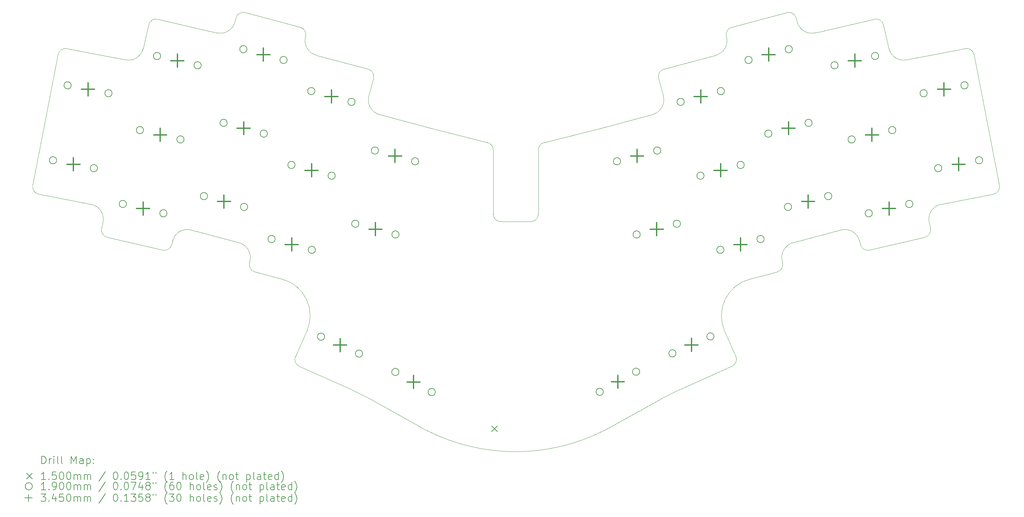
<source format=gbr>
%TF.GenerationSoftware,KiCad,Pcbnew,7.0.2-0*%
%TF.CreationDate,2023-09-16T16:43:01+01:00*%
%TF.ProjectId,buteo-mx,62757465-6f2d-46d7-982e-6b696361645f,0.0.1*%
%TF.SameCoordinates,Original*%
%TF.FileFunction,Drillmap*%
%TF.FilePolarity,Positive*%
%FSLAX45Y45*%
G04 Gerber Fmt 4.5, Leading zero omitted, Abs format (unit mm)*
G04 Created by KiCad (PCBNEW 7.0.2-0) date 2023-09-16 16:43:01*
%MOMM*%
%LPD*%
G01*
G04 APERTURE LIST*
%ADD10C,0.100000*%
%ADD11C,0.200000*%
%ADD12C,0.150000*%
%ADD13C,0.190000*%
%ADD14C,0.345000*%
G04 APERTURE END LIST*
D10*
X7501985Y-3951422D02*
X7501985Y-3951422D01*
G75*
G02*
X7746926Y-3810019I193175J-51768D01*
G01*
X9200770Y-4199554D01*
G75*
G02*
X9342187Y-4444529I-51730J-193166D01*
G01*
X9340362Y-4451340D01*
G75*
G03*
X9622920Y-4941214I386348J-103580D01*
G01*
X10996230Y-5310227D01*
G75*
G02*
X11137536Y-5555064I-51910J-193153D01*
G01*
X11012522Y-6022346D01*
G75*
G03*
X11295285Y-6512062I386408J-103384D01*
G01*
X12655474Y-6876977D01*
X14149377Y-7254079D01*
G75*
G02*
X14300427Y-7447996I-48947J-193921D01*
G01*
X14300427Y-9149608D01*
G75*
G03*
X14500428Y-9349608I200003J8D01*
G01*
X15294228Y-9349608D01*
G75*
G03*
X15494228Y-9149608I-8J200008D01*
G01*
X15494227Y-7448297D01*
G75*
G02*
X15645640Y-7254288I200013J-13D01*
G01*
X17156169Y-6875995D01*
X18514047Y-6512015D01*
G75*
G03*
X18796858Y-6022143I-103567J386365D01*
G01*
X18671671Y-5554859D01*
G75*
G02*
X18813048Y-5309930I193189J51759D01*
G01*
X20186387Y-4941598D01*
G75*
G03*
X20469233Y-4452075I-103617J386348D01*
G01*
X20467163Y-4444323D01*
G75*
G02*
X20608645Y-4199546I193207J51603D01*
G01*
X22062521Y-3810083D01*
G75*
G02*
X22307433Y-3951420I51739J-193207D01*
G01*
X22337354Y-4062882D01*
G75*
G03*
X22813485Y-4348967I386336J103722D01*
G01*
X24377589Y-3988594D01*
G75*
G02*
X24617371Y-4138511I44931J-194846D01*
G01*
X24761563Y-4763263D01*
G75*
G03*
X25227570Y-5065974I389767J89973D01*
G01*
X26775169Y-4765441D01*
G75*
G02*
X27009616Y-4923593I38121J-196340D01*
G01*
X27682778Y-8385024D01*
G75*
G02*
X27524645Y-8619524I-196318J-38176D01*
G01*
X26138925Y-8889083D01*
G75*
G03*
X25825547Y-9371669I76365J-392627D01*
G01*
X25860536Y-9523283D01*
G75*
G02*
X25710615Y-9763138I-194906J-44957D01*
G01*
X24244299Y-10101399D01*
G75*
G02*
X24004441Y-9951389I-44969J194869D01*
G01*
X23984820Y-9866168D01*
G75*
G03*
X23491467Y-9569549I-389810J-89752D01*
G01*
X22224746Y-9909049D01*
G75*
G03*
X21941847Y-10398641I103554J-386362D01*
G01*
X21951071Y-10433174D01*
G75*
G02*
X21809692Y-10677952I-193241J-51606D01*
G01*
X21638374Y-10723934D01*
X21074147Y-10874980D01*
G75*
G03*
X20418866Y-12246954I258593J-965980D01*
G01*
X20656092Y-12780946D01*
X20714944Y-12913604D01*
G75*
G02*
X20613682Y-13177326I-182814J-81106D01*
G01*
X19223111Y-13798336D01*
G75*
G03*
X18750921Y-14034656I2446819J-5478894D01*
G01*
X17225861Y-14883799D01*
G75*
G02*
X12566181Y-14889931I-2335923J4619160D01*
G01*
X11021766Y-14030746D01*
G75*
G03*
X10548814Y-13794297I-2916986J-5243404D01*
G01*
X9177077Y-13182499D01*
G75*
G02*
X9075842Y-12918475I81463J182659D01*
G01*
X9138009Y-12778888D01*
X9376095Y-12243697D01*
G75*
G03*
X8721423Y-10871362I-913667J406459D01*
G01*
X8156323Y-10719832D01*
X7999941Y-10677891D01*
G75*
G02*
X7858476Y-10433667I51229J192761D01*
G01*
X7867700Y-10399134D01*
G75*
G03*
X7584801Y-9909541I-386452J103228D01*
G01*
X6344689Y-9576858D01*
X6317911Y-9569708D01*
G75*
G03*
X5825012Y-9866017I-103187J-386467D01*
G01*
X5805144Y-9951899D01*
G75*
G02*
X5565297Y-10101697I-194864J45099D01*
G01*
X4098908Y-9763134D01*
G75*
G02*
X3949025Y-9523275I44972J194864D01*
G01*
X3983950Y-9371983D01*
G75*
G03*
X3670798Y-8889417I-389735J89980D01*
G01*
X2285146Y-8619064D01*
G75*
G02*
X2127116Y-8384625I38315J196304D01*
G01*
X2799536Y-4923260D01*
G75*
G02*
X3034018Y-4765072I196329J-38139D01*
G01*
X4582259Y-5065946D01*
G75*
G03*
X5048340Y-4763150I76301J392656D01*
G01*
X5192320Y-4138618D01*
G75*
G02*
X5432238Y-3988683I194890J-44932D01*
G01*
X6995456Y-4349913D01*
G75*
G03*
X7471875Y-4063748I90054J389743D01*
G01*
X7501985Y-3951422D01*
D11*
D12*
X14260000Y-14761000D02*
X14410000Y-14911000D01*
X14410000Y-14761000D02*
X14260000Y-14911000D01*
D13*
X2760211Y-7723606D02*
G75*
G03*
X2760211Y-7723606I-95000J0D01*
G01*
X3146046Y-5738655D02*
G75*
G03*
X3146046Y-5738655I-95000J0D01*
G01*
X3840001Y-7933495D02*
G75*
G03*
X3840001Y-7933495I-95000J0D01*
G01*
X4225836Y-5948545D02*
G75*
G03*
X4225836Y-5948545I-95000J0D01*
G01*
X4605427Y-8880607D02*
G75*
G03*
X4605427Y-8880607I-95000J0D01*
G01*
X5056814Y-6925436D02*
G75*
G03*
X5056814Y-6925436I-95000J0D01*
G01*
X5510055Y-4962231D02*
G75*
G03*
X5510055Y-4962231I-95000J0D01*
G01*
X5677234Y-9128053D02*
G75*
G03*
X5677234Y-9128053I-95000J0D01*
G01*
X6128620Y-7172882D02*
G75*
G03*
X6128620Y-7172882I-95000J0D01*
G01*
X6581862Y-5209677D02*
G75*
G03*
X6581862Y-5209677I-95000J0D01*
G01*
X6748440Y-8673641D02*
G75*
G03*
X6748440Y-8673641I-95000J0D01*
G01*
X7268443Y-6732961D02*
G75*
G03*
X7268443Y-6732961I-95000J0D01*
G01*
X7790977Y-4782467D02*
G75*
G03*
X7790977Y-4782467I-95000J0D01*
G01*
X7810958Y-8958342D02*
G75*
G03*
X7810958Y-8958342I-95000J0D01*
G01*
X8330962Y-7017662D02*
G75*
G03*
X8330962Y-7017662I-95000J0D01*
G01*
X8537037Y-9810295D02*
G75*
G03*
X8537037Y-9810295I-95000J0D01*
G01*
X8853495Y-5067168D02*
G75*
G03*
X8853495Y-5067168I-95000J0D01*
G01*
X9062957Y-7847533D02*
G75*
G03*
X9062957Y-7847533I-95000J0D01*
G01*
X9586703Y-5892886D02*
G75*
G03*
X9586703Y-5892886I-95000J0D01*
G01*
X9599556Y-10094996D02*
G75*
G03*
X9599556Y-10094996I-95000J0D01*
G01*
X9844249Y-12395278D02*
G75*
G03*
X9844249Y-12395278I-95000J0D01*
G01*
X10125476Y-8132234D02*
G75*
G03*
X10125476Y-8132234I-95000J0D01*
G01*
X10649222Y-6177587D02*
G75*
G03*
X10649222Y-6177587I-95000J0D01*
G01*
X10749611Y-9403903D02*
G75*
G03*
X10749611Y-9403903I-95000J0D01*
G01*
X10849149Y-12842688D02*
G75*
G03*
X10849149Y-12842688I-95000J0D01*
G01*
X11268857Y-7465677D02*
G75*
G03*
X11268857Y-7465677I-95000J0D01*
G01*
X11808901Y-13328469D02*
G75*
G03*
X11808901Y-13328469I-95000J0D01*
G01*
X11812129Y-9688604D02*
G75*
G03*
X11812129Y-9688604I-95000J0D01*
G01*
X12331375Y-7750378D02*
G75*
G03*
X12331375Y-7750378I-95000J0D01*
G01*
X12770982Y-13861759D02*
G75*
G03*
X12770982Y-13861759I-95000J0D01*
G01*
X17210914Y-13855708D02*
G75*
G03*
X17210914Y-13855708I-95000J0D01*
G01*
X17667819Y-7750378D02*
G75*
G03*
X17667819Y-7750378I-95000J0D01*
G01*
X18172996Y-13322417D02*
G75*
G03*
X18172996Y-13322417I-95000J0D01*
G01*
X18187265Y-9688604D02*
G75*
G03*
X18187265Y-9688604I-95000J0D01*
G01*
X18730337Y-7465677D02*
G75*
G03*
X18730337Y-7465677I-95000J0D01*
G01*
X19132747Y-12836636D02*
G75*
G03*
X19132747Y-12836636I-95000J0D01*
G01*
X19249784Y-9403903D02*
G75*
G03*
X19249784Y-9403903I-95000J0D01*
G01*
X19350172Y-6177587D02*
G75*
G03*
X19350172Y-6177587I-95000J0D01*
G01*
X19873919Y-8132234D02*
G75*
G03*
X19873919Y-8132234I-95000J0D01*
G01*
X20137647Y-12389225D02*
G75*
G03*
X20137647Y-12389225I-95000J0D01*
G01*
X20399839Y-10094995D02*
G75*
G03*
X20399839Y-10094995I-95000J0D01*
G01*
X20412691Y-5892886D02*
G75*
G03*
X20412691Y-5892886I-95000J0D01*
G01*
X20936437Y-7847533D02*
G75*
G03*
X20936437Y-7847533I-95000J0D01*
G01*
X21145799Y-5067168D02*
G75*
G03*
X21145799Y-5067168I-95000J0D01*
G01*
X21462357Y-9810294D02*
G75*
G03*
X21462357Y-9810294I-95000J0D01*
G01*
X21668433Y-7017662D02*
G75*
G03*
X21668433Y-7017662I-95000J0D01*
G01*
X22188436Y-8958342D02*
G75*
G03*
X22188436Y-8958342I-95000J0D01*
G01*
X22208317Y-4782467D02*
G75*
G03*
X22208317Y-4782467I-95000J0D01*
G01*
X22730951Y-6732961D02*
G75*
G03*
X22730951Y-6732961I-95000J0D01*
G01*
X23250954Y-8673641D02*
G75*
G03*
X23250954Y-8673641I-95000J0D01*
G01*
X23417532Y-5209677D02*
G75*
G03*
X23417532Y-5209677I-95000J0D01*
G01*
X23870774Y-7172882D02*
G75*
G03*
X23870774Y-7172882I-95000J0D01*
G01*
X24322161Y-9128053D02*
G75*
G03*
X24322161Y-9128053I-95000J0D01*
G01*
X24489339Y-4962231D02*
G75*
G03*
X24489339Y-4962231I-95000J0D01*
G01*
X24942581Y-6925436D02*
G75*
G03*
X24942581Y-6925436I-95000J0D01*
G01*
X25393968Y-8880607D02*
G75*
G03*
X25393968Y-8880607I-95000J0D01*
G01*
X25773558Y-5948546D02*
G75*
G03*
X25773558Y-5948546I-95000J0D01*
G01*
X26159393Y-7933496D02*
G75*
G03*
X26159393Y-7933496I-95000J0D01*
G01*
X26853348Y-5738656D02*
G75*
G03*
X26853348Y-5738656I-95000J0D01*
G01*
X27239183Y-7723606D02*
G75*
G03*
X27239183Y-7723606I-95000J0D01*
G01*
D14*
X3205106Y-7656051D02*
X3205106Y-8001051D01*
X3032606Y-7828551D02*
X3377606Y-7828551D01*
X3590941Y-5671100D02*
X3590941Y-6016100D01*
X3418441Y-5843600D02*
X3763441Y-5843600D01*
X5046330Y-8831830D02*
X5046330Y-9176830D01*
X4873830Y-9004330D02*
X5218830Y-9004330D01*
X5497717Y-6876659D02*
X5497717Y-7221659D01*
X5325217Y-7049159D02*
X5670217Y-7049159D01*
X5950958Y-4913454D02*
X5950958Y-5258454D01*
X5778458Y-5085954D02*
X6123458Y-5085954D01*
X7184699Y-8643492D02*
X7184699Y-8988492D01*
X7012199Y-8815992D02*
X7357199Y-8815992D01*
X7704702Y-6702811D02*
X7704702Y-7047811D01*
X7532202Y-6875311D02*
X7877202Y-6875311D01*
X8227236Y-4752318D02*
X8227236Y-5097318D01*
X8054736Y-4924818D02*
X8399736Y-4924818D01*
X8973297Y-9780145D02*
X8973297Y-10125145D01*
X8800797Y-9952645D02*
X9145797Y-9952645D01*
X9499217Y-7817384D02*
X9499217Y-8162384D01*
X9326717Y-7989884D02*
X9671717Y-7989884D01*
X10022963Y-5862736D02*
X10022963Y-6207736D01*
X9850463Y-6035236D02*
X10195463Y-6035236D01*
X10251699Y-12446483D02*
X10251699Y-12791483D01*
X10079199Y-12618983D02*
X10424199Y-12618983D01*
X11185870Y-9373753D02*
X11185870Y-9718753D01*
X11013370Y-9546253D02*
X11358370Y-9546253D01*
X11705116Y-7435527D02*
X11705116Y-7780527D01*
X11532616Y-7608027D02*
X11877616Y-7608027D01*
X12194942Y-13422614D02*
X12194942Y-13767614D01*
X12022442Y-13595114D02*
X12367442Y-13595114D01*
X17596955Y-13416563D02*
X17596955Y-13761563D01*
X17424455Y-13589063D02*
X17769455Y-13589063D01*
X18104078Y-7435527D02*
X18104078Y-7780527D01*
X17931578Y-7608027D02*
X18276578Y-7608027D01*
X18623525Y-9373754D02*
X18623525Y-9718754D01*
X18451025Y-9546254D02*
X18796025Y-9546254D01*
X19540197Y-12440431D02*
X19540197Y-12785431D01*
X19367697Y-12612931D02*
X19712697Y-12612931D01*
X19786432Y-5862736D02*
X19786432Y-6207736D01*
X19613932Y-6035236D02*
X19958932Y-6035236D01*
X20310178Y-7817384D02*
X20310178Y-8162384D01*
X20137678Y-7989884D02*
X20482678Y-7989884D01*
X20836098Y-9780145D02*
X20836098Y-10125145D01*
X20663598Y-9952645D02*
X21008598Y-9952645D01*
X21582058Y-4752317D02*
X21582058Y-5097317D01*
X21409558Y-4924817D02*
X21754558Y-4924817D01*
X22104692Y-6702811D02*
X22104692Y-7047811D01*
X21932192Y-6875311D02*
X22277192Y-6875311D01*
X22624695Y-8643492D02*
X22624695Y-8988492D01*
X22452195Y-8815992D02*
X22797195Y-8815992D01*
X23858436Y-4913454D02*
X23858436Y-5258454D01*
X23685936Y-5085954D02*
X24030936Y-5085954D01*
X24311677Y-6876659D02*
X24311677Y-7221659D01*
X24139177Y-7049159D02*
X24484177Y-7049159D01*
X24763064Y-8831830D02*
X24763064Y-9176830D01*
X24590564Y-9004330D02*
X24935564Y-9004330D01*
X26218453Y-5671101D02*
X26218453Y-6016101D01*
X26045953Y-5843601D02*
X26390953Y-5843601D01*
X26604288Y-7656051D02*
X26604288Y-8001051D01*
X26431788Y-7828551D02*
X26776788Y-7828551D01*
D11*
X2365865Y-15758222D02*
X2365865Y-15558222D01*
X2365865Y-15558222D02*
X2413484Y-15558222D01*
X2413484Y-15558222D02*
X2442055Y-15567746D01*
X2442055Y-15567746D02*
X2461103Y-15586793D01*
X2461103Y-15586793D02*
X2470627Y-15605841D01*
X2470627Y-15605841D02*
X2480151Y-15643936D01*
X2480151Y-15643936D02*
X2480151Y-15672507D01*
X2480151Y-15672507D02*
X2470627Y-15710603D01*
X2470627Y-15710603D02*
X2461103Y-15729650D01*
X2461103Y-15729650D02*
X2442055Y-15748698D01*
X2442055Y-15748698D02*
X2413484Y-15758222D01*
X2413484Y-15758222D02*
X2365865Y-15758222D01*
X2565865Y-15758222D02*
X2565865Y-15624888D01*
X2565865Y-15662984D02*
X2575389Y-15643936D01*
X2575389Y-15643936D02*
X2584912Y-15634412D01*
X2584912Y-15634412D02*
X2603960Y-15624888D01*
X2603960Y-15624888D02*
X2623008Y-15624888D01*
X2689674Y-15758222D02*
X2689674Y-15624888D01*
X2689674Y-15558222D02*
X2680151Y-15567746D01*
X2680151Y-15567746D02*
X2689674Y-15577269D01*
X2689674Y-15577269D02*
X2699198Y-15567746D01*
X2699198Y-15567746D02*
X2689674Y-15558222D01*
X2689674Y-15558222D02*
X2689674Y-15577269D01*
X2813484Y-15758222D02*
X2794436Y-15748698D01*
X2794436Y-15748698D02*
X2784912Y-15729650D01*
X2784912Y-15729650D02*
X2784912Y-15558222D01*
X2918246Y-15758222D02*
X2899198Y-15748698D01*
X2899198Y-15748698D02*
X2889674Y-15729650D01*
X2889674Y-15729650D02*
X2889674Y-15558222D01*
X3146817Y-15758222D02*
X3146817Y-15558222D01*
X3146817Y-15558222D02*
X3213484Y-15701079D01*
X3213484Y-15701079D02*
X3280150Y-15558222D01*
X3280150Y-15558222D02*
X3280150Y-15758222D01*
X3461103Y-15758222D02*
X3461103Y-15653460D01*
X3461103Y-15653460D02*
X3451579Y-15634412D01*
X3451579Y-15634412D02*
X3432531Y-15624888D01*
X3432531Y-15624888D02*
X3394436Y-15624888D01*
X3394436Y-15624888D02*
X3375389Y-15634412D01*
X3461103Y-15748698D02*
X3442055Y-15758222D01*
X3442055Y-15758222D02*
X3394436Y-15758222D01*
X3394436Y-15758222D02*
X3375389Y-15748698D01*
X3375389Y-15748698D02*
X3365865Y-15729650D01*
X3365865Y-15729650D02*
X3365865Y-15710603D01*
X3365865Y-15710603D02*
X3375389Y-15691555D01*
X3375389Y-15691555D02*
X3394436Y-15682031D01*
X3394436Y-15682031D02*
X3442055Y-15682031D01*
X3442055Y-15682031D02*
X3461103Y-15672507D01*
X3556341Y-15624888D02*
X3556341Y-15824888D01*
X3556341Y-15634412D02*
X3575389Y-15624888D01*
X3575389Y-15624888D02*
X3613484Y-15624888D01*
X3613484Y-15624888D02*
X3632531Y-15634412D01*
X3632531Y-15634412D02*
X3642055Y-15643936D01*
X3642055Y-15643936D02*
X3651579Y-15662984D01*
X3651579Y-15662984D02*
X3651579Y-15720126D01*
X3651579Y-15720126D02*
X3642055Y-15739174D01*
X3642055Y-15739174D02*
X3632531Y-15748698D01*
X3632531Y-15748698D02*
X3613484Y-15758222D01*
X3613484Y-15758222D02*
X3575389Y-15758222D01*
X3575389Y-15758222D02*
X3556341Y-15748698D01*
X3737293Y-15739174D02*
X3746817Y-15748698D01*
X3746817Y-15748698D02*
X3737293Y-15758222D01*
X3737293Y-15758222D02*
X3727770Y-15748698D01*
X3727770Y-15748698D02*
X3737293Y-15739174D01*
X3737293Y-15739174D02*
X3737293Y-15758222D01*
X3737293Y-15634412D02*
X3746817Y-15643936D01*
X3746817Y-15643936D02*
X3737293Y-15653460D01*
X3737293Y-15653460D02*
X3727770Y-15643936D01*
X3727770Y-15643936D02*
X3737293Y-15634412D01*
X3737293Y-15634412D02*
X3737293Y-15653460D01*
D12*
X1968246Y-16010698D02*
X2118246Y-16160698D01*
X2118246Y-16010698D02*
X1968246Y-16160698D01*
D11*
X2470627Y-16178222D02*
X2356341Y-16178222D01*
X2413484Y-16178222D02*
X2413484Y-15978222D01*
X2413484Y-15978222D02*
X2394436Y-16006793D01*
X2394436Y-16006793D02*
X2375389Y-16025841D01*
X2375389Y-16025841D02*
X2356341Y-16035365D01*
X2556341Y-16159174D02*
X2565865Y-16168698D01*
X2565865Y-16168698D02*
X2556341Y-16178222D01*
X2556341Y-16178222D02*
X2546817Y-16168698D01*
X2546817Y-16168698D02*
X2556341Y-16159174D01*
X2556341Y-16159174D02*
X2556341Y-16178222D01*
X2746817Y-15978222D02*
X2651579Y-15978222D01*
X2651579Y-15978222D02*
X2642055Y-16073460D01*
X2642055Y-16073460D02*
X2651579Y-16063936D01*
X2651579Y-16063936D02*
X2670627Y-16054412D01*
X2670627Y-16054412D02*
X2718246Y-16054412D01*
X2718246Y-16054412D02*
X2737293Y-16063936D01*
X2737293Y-16063936D02*
X2746817Y-16073460D01*
X2746817Y-16073460D02*
X2756341Y-16092507D01*
X2756341Y-16092507D02*
X2756341Y-16140126D01*
X2756341Y-16140126D02*
X2746817Y-16159174D01*
X2746817Y-16159174D02*
X2737293Y-16168698D01*
X2737293Y-16168698D02*
X2718246Y-16178222D01*
X2718246Y-16178222D02*
X2670627Y-16178222D01*
X2670627Y-16178222D02*
X2651579Y-16168698D01*
X2651579Y-16168698D02*
X2642055Y-16159174D01*
X2880150Y-15978222D02*
X2899198Y-15978222D01*
X2899198Y-15978222D02*
X2918246Y-15987746D01*
X2918246Y-15987746D02*
X2927770Y-15997269D01*
X2927770Y-15997269D02*
X2937293Y-16016317D01*
X2937293Y-16016317D02*
X2946817Y-16054412D01*
X2946817Y-16054412D02*
X2946817Y-16102031D01*
X2946817Y-16102031D02*
X2937293Y-16140126D01*
X2937293Y-16140126D02*
X2927770Y-16159174D01*
X2927770Y-16159174D02*
X2918246Y-16168698D01*
X2918246Y-16168698D02*
X2899198Y-16178222D01*
X2899198Y-16178222D02*
X2880150Y-16178222D01*
X2880150Y-16178222D02*
X2861103Y-16168698D01*
X2861103Y-16168698D02*
X2851579Y-16159174D01*
X2851579Y-16159174D02*
X2842055Y-16140126D01*
X2842055Y-16140126D02*
X2832531Y-16102031D01*
X2832531Y-16102031D02*
X2832531Y-16054412D01*
X2832531Y-16054412D02*
X2842055Y-16016317D01*
X2842055Y-16016317D02*
X2851579Y-15997269D01*
X2851579Y-15997269D02*
X2861103Y-15987746D01*
X2861103Y-15987746D02*
X2880150Y-15978222D01*
X3070627Y-15978222D02*
X3089674Y-15978222D01*
X3089674Y-15978222D02*
X3108722Y-15987746D01*
X3108722Y-15987746D02*
X3118246Y-15997269D01*
X3118246Y-15997269D02*
X3127770Y-16016317D01*
X3127770Y-16016317D02*
X3137293Y-16054412D01*
X3137293Y-16054412D02*
X3137293Y-16102031D01*
X3137293Y-16102031D02*
X3127770Y-16140126D01*
X3127770Y-16140126D02*
X3118246Y-16159174D01*
X3118246Y-16159174D02*
X3108722Y-16168698D01*
X3108722Y-16168698D02*
X3089674Y-16178222D01*
X3089674Y-16178222D02*
X3070627Y-16178222D01*
X3070627Y-16178222D02*
X3051579Y-16168698D01*
X3051579Y-16168698D02*
X3042055Y-16159174D01*
X3042055Y-16159174D02*
X3032531Y-16140126D01*
X3032531Y-16140126D02*
X3023008Y-16102031D01*
X3023008Y-16102031D02*
X3023008Y-16054412D01*
X3023008Y-16054412D02*
X3032531Y-16016317D01*
X3032531Y-16016317D02*
X3042055Y-15997269D01*
X3042055Y-15997269D02*
X3051579Y-15987746D01*
X3051579Y-15987746D02*
X3070627Y-15978222D01*
X3223008Y-16178222D02*
X3223008Y-16044888D01*
X3223008Y-16063936D02*
X3232531Y-16054412D01*
X3232531Y-16054412D02*
X3251579Y-16044888D01*
X3251579Y-16044888D02*
X3280151Y-16044888D01*
X3280151Y-16044888D02*
X3299198Y-16054412D01*
X3299198Y-16054412D02*
X3308722Y-16073460D01*
X3308722Y-16073460D02*
X3308722Y-16178222D01*
X3308722Y-16073460D02*
X3318246Y-16054412D01*
X3318246Y-16054412D02*
X3337293Y-16044888D01*
X3337293Y-16044888D02*
X3365865Y-16044888D01*
X3365865Y-16044888D02*
X3384912Y-16054412D01*
X3384912Y-16054412D02*
X3394436Y-16073460D01*
X3394436Y-16073460D02*
X3394436Y-16178222D01*
X3489674Y-16178222D02*
X3489674Y-16044888D01*
X3489674Y-16063936D02*
X3499198Y-16054412D01*
X3499198Y-16054412D02*
X3518246Y-16044888D01*
X3518246Y-16044888D02*
X3546817Y-16044888D01*
X3546817Y-16044888D02*
X3565865Y-16054412D01*
X3565865Y-16054412D02*
X3575389Y-16073460D01*
X3575389Y-16073460D02*
X3575389Y-16178222D01*
X3575389Y-16073460D02*
X3584912Y-16054412D01*
X3584912Y-16054412D02*
X3603960Y-16044888D01*
X3603960Y-16044888D02*
X3632531Y-16044888D01*
X3632531Y-16044888D02*
X3651579Y-16054412D01*
X3651579Y-16054412D02*
X3661103Y-16073460D01*
X3661103Y-16073460D02*
X3661103Y-16178222D01*
X4051579Y-15968698D02*
X3880151Y-16225841D01*
X4308722Y-15978222D02*
X4327770Y-15978222D01*
X4327770Y-15978222D02*
X4346817Y-15987746D01*
X4346817Y-15987746D02*
X4356341Y-15997269D01*
X4356341Y-15997269D02*
X4365865Y-16016317D01*
X4365865Y-16016317D02*
X4375389Y-16054412D01*
X4375389Y-16054412D02*
X4375389Y-16102031D01*
X4375389Y-16102031D02*
X4365865Y-16140126D01*
X4365865Y-16140126D02*
X4356341Y-16159174D01*
X4356341Y-16159174D02*
X4346817Y-16168698D01*
X4346817Y-16168698D02*
X4327770Y-16178222D01*
X4327770Y-16178222D02*
X4308722Y-16178222D01*
X4308722Y-16178222D02*
X4289675Y-16168698D01*
X4289675Y-16168698D02*
X4280151Y-16159174D01*
X4280151Y-16159174D02*
X4270627Y-16140126D01*
X4270627Y-16140126D02*
X4261103Y-16102031D01*
X4261103Y-16102031D02*
X4261103Y-16054412D01*
X4261103Y-16054412D02*
X4270627Y-16016317D01*
X4270627Y-16016317D02*
X4280151Y-15997269D01*
X4280151Y-15997269D02*
X4289675Y-15987746D01*
X4289675Y-15987746D02*
X4308722Y-15978222D01*
X4461103Y-16159174D02*
X4470627Y-16168698D01*
X4470627Y-16168698D02*
X4461103Y-16178222D01*
X4461103Y-16178222D02*
X4451579Y-16168698D01*
X4451579Y-16168698D02*
X4461103Y-16159174D01*
X4461103Y-16159174D02*
X4461103Y-16178222D01*
X4594436Y-15978222D02*
X4613484Y-15978222D01*
X4613484Y-15978222D02*
X4632532Y-15987746D01*
X4632532Y-15987746D02*
X4642056Y-15997269D01*
X4642056Y-15997269D02*
X4651579Y-16016317D01*
X4651579Y-16016317D02*
X4661103Y-16054412D01*
X4661103Y-16054412D02*
X4661103Y-16102031D01*
X4661103Y-16102031D02*
X4651579Y-16140126D01*
X4651579Y-16140126D02*
X4642056Y-16159174D01*
X4642056Y-16159174D02*
X4632532Y-16168698D01*
X4632532Y-16168698D02*
X4613484Y-16178222D01*
X4613484Y-16178222D02*
X4594436Y-16178222D01*
X4594436Y-16178222D02*
X4575389Y-16168698D01*
X4575389Y-16168698D02*
X4565865Y-16159174D01*
X4565865Y-16159174D02*
X4556341Y-16140126D01*
X4556341Y-16140126D02*
X4546817Y-16102031D01*
X4546817Y-16102031D02*
X4546817Y-16054412D01*
X4546817Y-16054412D02*
X4556341Y-16016317D01*
X4556341Y-16016317D02*
X4565865Y-15997269D01*
X4565865Y-15997269D02*
X4575389Y-15987746D01*
X4575389Y-15987746D02*
X4594436Y-15978222D01*
X4842056Y-15978222D02*
X4746817Y-15978222D01*
X4746817Y-15978222D02*
X4737294Y-16073460D01*
X4737294Y-16073460D02*
X4746817Y-16063936D01*
X4746817Y-16063936D02*
X4765865Y-16054412D01*
X4765865Y-16054412D02*
X4813484Y-16054412D01*
X4813484Y-16054412D02*
X4832532Y-16063936D01*
X4832532Y-16063936D02*
X4842056Y-16073460D01*
X4842056Y-16073460D02*
X4851579Y-16092507D01*
X4851579Y-16092507D02*
X4851579Y-16140126D01*
X4851579Y-16140126D02*
X4842056Y-16159174D01*
X4842056Y-16159174D02*
X4832532Y-16168698D01*
X4832532Y-16168698D02*
X4813484Y-16178222D01*
X4813484Y-16178222D02*
X4765865Y-16178222D01*
X4765865Y-16178222D02*
X4746817Y-16168698D01*
X4746817Y-16168698D02*
X4737294Y-16159174D01*
X4946817Y-16178222D02*
X4984913Y-16178222D01*
X4984913Y-16178222D02*
X5003960Y-16168698D01*
X5003960Y-16168698D02*
X5013484Y-16159174D01*
X5013484Y-16159174D02*
X5032532Y-16130603D01*
X5032532Y-16130603D02*
X5042056Y-16092507D01*
X5042056Y-16092507D02*
X5042056Y-16016317D01*
X5042056Y-16016317D02*
X5032532Y-15997269D01*
X5032532Y-15997269D02*
X5023008Y-15987746D01*
X5023008Y-15987746D02*
X5003960Y-15978222D01*
X5003960Y-15978222D02*
X4965865Y-15978222D01*
X4965865Y-15978222D02*
X4946817Y-15987746D01*
X4946817Y-15987746D02*
X4937294Y-15997269D01*
X4937294Y-15997269D02*
X4927770Y-16016317D01*
X4927770Y-16016317D02*
X4927770Y-16063936D01*
X4927770Y-16063936D02*
X4937294Y-16082984D01*
X4937294Y-16082984D02*
X4946817Y-16092507D01*
X4946817Y-16092507D02*
X4965865Y-16102031D01*
X4965865Y-16102031D02*
X5003960Y-16102031D01*
X5003960Y-16102031D02*
X5023008Y-16092507D01*
X5023008Y-16092507D02*
X5032532Y-16082984D01*
X5032532Y-16082984D02*
X5042056Y-16063936D01*
X5232532Y-16178222D02*
X5118246Y-16178222D01*
X5175389Y-16178222D02*
X5175389Y-15978222D01*
X5175389Y-15978222D02*
X5156341Y-16006793D01*
X5156341Y-16006793D02*
X5137294Y-16025841D01*
X5137294Y-16025841D02*
X5118246Y-16035365D01*
X5308722Y-15978222D02*
X5308722Y-16016317D01*
X5384913Y-15978222D02*
X5384913Y-16016317D01*
X5680151Y-16254412D02*
X5670627Y-16244888D01*
X5670627Y-16244888D02*
X5651579Y-16216317D01*
X5651579Y-16216317D02*
X5642056Y-16197269D01*
X5642056Y-16197269D02*
X5632532Y-16168698D01*
X5632532Y-16168698D02*
X5623008Y-16121079D01*
X5623008Y-16121079D02*
X5623008Y-16082984D01*
X5623008Y-16082984D02*
X5632532Y-16035365D01*
X5632532Y-16035365D02*
X5642056Y-16006793D01*
X5642056Y-16006793D02*
X5651579Y-15987746D01*
X5651579Y-15987746D02*
X5670627Y-15959174D01*
X5670627Y-15959174D02*
X5680151Y-15949650D01*
X5861103Y-16178222D02*
X5746817Y-16178222D01*
X5803960Y-16178222D02*
X5803960Y-15978222D01*
X5803960Y-15978222D02*
X5784913Y-16006793D01*
X5784913Y-16006793D02*
X5765865Y-16025841D01*
X5765865Y-16025841D02*
X5746817Y-16035365D01*
X6099198Y-16178222D02*
X6099198Y-15978222D01*
X6184913Y-16178222D02*
X6184913Y-16073460D01*
X6184913Y-16073460D02*
X6175389Y-16054412D01*
X6175389Y-16054412D02*
X6156341Y-16044888D01*
X6156341Y-16044888D02*
X6127770Y-16044888D01*
X6127770Y-16044888D02*
X6108722Y-16054412D01*
X6108722Y-16054412D02*
X6099198Y-16063936D01*
X6308722Y-16178222D02*
X6289675Y-16168698D01*
X6289675Y-16168698D02*
X6280151Y-16159174D01*
X6280151Y-16159174D02*
X6270627Y-16140126D01*
X6270627Y-16140126D02*
X6270627Y-16082984D01*
X6270627Y-16082984D02*
X6280151Y-16063936D01*
X6280151Y-16063936D02*
X6289675Y-16054412D01*
X6289675Y-16054412D02*
X6308722Y-16044888D01*
X6308722Y-16044888D02*
X6337294Y-16044888D01*
X6337294Y-16044888D02*
X6356341Y-16054412D01*
X6356341Y-16054412D02*
X6365865Y-16063936D01*
X6365865Y-16063936D02*
X6375389Y-16082984D01*
X6375389Y-16082984D02*
X6375389Y-16140126D01*
X6375389Y-16140126D02*
X6365865Y-16159174D01*
X6365865Y-16159174D02*
X6356341Y-16168698D01*
X6356341Y-16168698D02*
X6337294Y-16178222D01*
X6337294Y-16178222D02*
X6308722Y-16178222D01*
X6489675Y-16178222D02*
X6470627Y-16168698D01*
X6470627Y-16168698D02*
X6461103Y-16149650D01*
X6461103Y-16149650D02*
X6461103Y-15978222D01*
X6642056Y-16168698D02*
X6623008Y-16178222D01*
X6623008Y-16178222D02*
X6584913Y-16178222D01*
X6584913Y-16178222D02*
X6565865Y-16168698D01*
X6565865Y-16168698D02*
X6556341Y-16149650D01*
X6556341Y-16149650D02*
X6556341Y-16073460D01*
X6556341Y-16073460D02*
X6565865Y-16054412D01*
X6565865Y-16054412D02*
X6584913Y-16044888D01*
X6584913Y-16044888D02*
X6623008Y-16044888D01*
X6623008Y-16044888D02*
X6642056Y-16054412D01*
X6642056Y-16054412D02*
X6651579Y-16073460D01*
X6651579Y-16073460D02*
X6651579Y-16092507D01*
X6651579Y-16092507D02*
X6556341Y-16111555D01*
X6718246Y-16254412D02*
X6727770Y-16244888D01*
X6727770Y-16244888D02*
X6746818Y-16216317D01*
X6746818Y-16216317D02*
X6756341Y-16197269D01*
X6756341Y-16197269D02*
X6765865Y-16168698D01*
X6765865Y-16168698D02*
X6775389Y-16121079D01*
X6775389Y-16121079D02*
X6775389Y-16082984D01*
X6775389Y-16082984D02*
X6765865Y-16035365D01*
X6765865Y-16035365D02*
X6756341Y-16006793D01*
X6756341Y-16006793D02*
X6746818Y-15987746D01*
X6746818Y-15987746D02*
X6727770Y-15959174D01*
X6727770Y-15959174D02*
X6718246Y-15949650D01*
X7080151Y-16254412D02*
X7070627Y-16244888D01*
X7070627Y-16244888D02*
X7051579Y-16216317D01*
X7051579Y-16216317D02*
X7042056Y-16197269D01*
X7042056Y-16197269D02*
X7032532Y-16168698D01*
X7032532Y-16168698D02*
X7023008Y-16121079D01*
X7023008Y-16121079D02*
X7023008Y-16082984D01*
X7023008Y-16082984D02*
X7032532Y-16035365D01*
X7032532Y-16035365D02*
X7042056Y-16006793D01*
X7042056Y-16006793D02*
X7051579Y-15987746D01*
X7051579Y-15987746D02*
X7070627Y-15959174D01*
X7070627Y-15959174D02*
X7080151Y-15949650D01*
X7156341Y-16044888D02*
X7156341Y-16178222D01*
X7156341Y-16063936D02*
X7165865Y-16054412D01*
X7165865Y-16054412D02*
X7184913Y-16044888D01*
X7184913Y-16044888D02*
X7213484Y-16044888D01*
X7213484Y-16044888D02*
X7232532Y-16054412D01*
X7232532Y-16054412D02*
X7242056Y-16073460D01*
X7242056Y-16073460D02*
X7242056Y-16178222D01*
X7365865Y-16178222D02*
X7346818Y-16168698D01*
X7346818Y-16168698D02*
X7337294Y-16159174D01*
X7337294Y-16159174D02*
X7327770Y-16140126D01*
X7327770Y-16140126D02*
X7327770Y-16082984D01*
X7327770Y-16082984D02*
X7337294Y-16063936D01*
X7337294Y-16063936D02*
X7346818Y-16054412D01*
X7346818Y-16054412D02*
X7365865Y-16044888D01*
X7365865Y-16044888D02*
X7394437Y-16044888D01*
X7394437Y-16044888D02*
X7413484Y-16054412D01*
X7413484Y-16054412D02*
X7423008Y-16063936D01*
X7423008Y-16063936D02*
X7432532Y-16082984D01*
X7432532Y-16082984D02*
X7432532Y-16140126D01*
X7432532Y-16140126D02*
X7423008Y-16159174D01*
X7423008Y-16159174D02*
X7413484Y-16168698D01*
X7413484Y-16168698D02*
X7394437Y-16178222D01*
X7394437Y-16178222D02*
X7365865Y-16178222D01*
X7489675Y-16044888D02*
X7565865Y-16044888D01*
X7518246Y-15978222D02*
X7518246Y-16149650D01*
X7518246Y-16149650D02*
X7527770Y-16168698D01*
X7527770Y-16168698D02*
X7546818Y-16178222D01*
X7546818Y-16178222D02*
X7565865Y-16178222D01*
X7784913Y-16044888D02*
X7784913Y-16244888D01*
X7784913Y-16054412D02*
X7803960Y-16044888D01*
X7803960Y-16044888D02*
X7842056Y-16044888D01*
X7842056Y-16044888D02*
X7861103Y-16054412D01*
X7861103Y-16054412D02*
X7870627Y-16063936D01*
X7870627Y-16063936D02*
X7880151Y-16082984D01*
X7880151Y-16082984D02*
X7880151Y-16140126D01*
X7880151Y-16140126D02*
X7870627Y-16159174D01*
X7870627Y-16159174D02*
X7861103Y-16168698D01*
X7861103Y-16168698D02*
X7842056Y-16178222D01*
X7842056Y-16178222D02*
X7803960Y-16178222D01*
X7803960Y-16178222D02*
X7784913Y-16168698D01*
X7994437Y-16178222D02*
X7975389Y-16168698D01*
X7975389Y-16168698D02*
X7965865Y-16149650D01*
X7965865Y-16149650D02*
X7965865Y-15978222D01*
X8156341Y-16178222D02*
X8156341Y-16073460D01*
X8156341Y-16073460D02*
X8146818Y-16054412D01*
X8146818Y-16054412D02*
X8127770Y-16044888D01*
X8127770Y-16044888D02*
X8089675Y-16044888D01*
X8089675Y-16044888D02*
X8070627Y-16054412D01*
X8156341Y-16168698D02*
X8137294Y-16178222D01*
X8137294Y-16178222D02*
X8089675Y-16178222D01*
X8089675Y-16178222D02*
X8070627Y-16168698D01*
X8070627Y-16168698D02*
X8061103Y-16149650D01*
X8061103Y-16149650D02*
X8061103Y-16130603D01*
X8061103Y-16130603D02*
X8070627Y-16111555D01*
X8070627Y-16111555D02*
X8089675Y-16102031D01*
X8089675Y-16102031D02*
X8137294Y-16102031D01*
X8137294Y-16102031D02*
X8156341Y-16092507D01*
X8223008Y-16044888D02*
X8299199Y-16044888D01*
X8251580Y-15978222D02*
X8251580Y-16149650D01*
X8251580Y-16149650D02*
X8261103Y-16168698D01*
X8261103Y-16168698D02*
X8280151Y-16178222D01*
X8280151Y-16178222D02*
X8299199Y-16178222D01*
X8442056Y-16168698D02*
X8423008Y-16178222D01*
X8423008Y-16178222D02*
X8384913Y-16178222D01*
X8384913Y-16178222D02*
X8365865Y-16168698D01*
X8365865Y-16168698D02*
X8356341Y-16149650D01*
X8356341Y-16149650D02*
X8356341Y-16073460D01*
X8356341Y-16073460D02*
X8365865Y-16054412D01*
X8365865Y-16054412D02*
X8384913Y-16044888D01*
X8384913Y-16044888D02*
X8423008Y-16044888D01*
X8423008Y-16044888D02*
X8442056Y-16054412D01*
X8442056Y-16054412D02*
X8451580Y-16073460D01*
X8451580Y-16073460D02*
X8451580Y-16092507D01*
X8451580Y-16092507D02*
X8356341Y-16111555D01*
X8623008Y-16178222D02*
X8623008Y-15978222D01*
X8623008Y-16168698D02*
X8603961Y-16178222D01*
X8603961Y-16178222D02*
X8565865Y-16178222D01*
X8565865Y-16178222D02*
X8546818Y-16168698D01*
X8546818Y-16168698D02*
X8537294Y-16159174D01*
X8537294Y-16159174D02*
X8527770Y-16140126D01*
X8527770Y-16140126D02*
X8527770Y-16082984D01*
X8527770Y-16082984D02*
X8537294Y-16063936D01*
X8537294Y-16063936D02*
X8546818Y-16054412D01*
X8546818Y-16054412D02*
X8565865Y-16044888D01*
X8565865Y-16044888D02*
X8603961Y-16044888D01*
X8603961Y-16044888D02*
X8623008Y-16054412D01*
X8699199Y-16254412D02*
X8708723Y-16244888D01*
X8708723Y-16244888D02*
X8727770Y-16216317D01*
X8727770Y-16216317D02*
X8737294Y-16197269D01*
X8737294Y-16197269D02*
X8746818Y-16168698D01*
X8746818Y-16168698D02*
X8756342Y-16121079D01*
X8756342Y-16121079D02*
X8756342Y-16082984D01*
X8756342Y-16082984D02*
X8746818Y-16035365D01*
X8746818Y-16035365D02*
X8737294Y-16006793D01*
X8737294Y-16006793D02*
X8727770Y-15987746D01*
X8727770Y-15987746D02*
X8708723Y-15959174D01*
X8708723Y-15959174D02*
X8699199Y-15949650D01*
D13*
X2118246Y-16355698D02*
G75*
G03*
X2118246Y-16355698I-95000J0D01*
G01*
D11*
X2470627Y-16448222D02*
X2356341Y-16448222D01*
X2413484Y-16448222D02*
X2413484Y-16248222D01*
X2413484Y-16248222D02*
X2394436Y-16276793D01*
X2394436Y-16276793D02*
X2375389Y-16295841D01*
X2375389Y-16295841D02*
X2356341Y-16305365D01*
X2556341Y-16429174D02*
X2565865Y-16438698D01*
X2565865Y-16438698D02*
X2556341Y-16448222D01*
X2556341Y-16448222D02*
X2546817Y-16438698D01*
X2546817Y-16438698D02*
X2556341Y-16429174D01*
X2556341Y-16429174D02*
X2556341Y-16448222D01*
X2661103Y-16448222D02*
X2699198Y-16448222D01*
X2699198Y-16448222D02*
X2718246Y-16438698D01*
X2718246Y-16438698D02*
X2727770Y-16429174D01*
X2727770Y-16429174D02*
X2746817Y-16400603D01*
X2746817Y-16400603D02*
X2756341Y-16362507D01*
X2756341Y-16362507D02*
X2756341Y-16286317D01*
X2756341Y-16286317D02*
X2746817Y-16267269D01*
X2746817Y-16267269D02*
X2737293Y-16257746D01*
X2737293Y-16257746D02*
X2718246Y-16248222D01*
X2718246Y-16248222D02*
X2680151Y-16248222D01*
X2680151Y-16248222D02*
X2661103Y-16257746D01*
X2661103Y-16257746D02*
X2651579Y-16267269D01*
X2651579Y-16267269D02*
X2642055Y-16286317D01*
X2642055Y-16286317D02*
X2642055Y-16333936D01*
X2642055Y-16333936D02*
X2651579Y-16352984D01*
X2651579Y-16352984D02*
X2661103Y-16362507D01*
X2661103Y-16362507D02*
X2680151Y-16372031D01*
X2680151Y-16372031D02*
X2718246Y-16372031D01*
X2718246Y-16372031D02*
X2737293Y-16362507D01*
X2737293Y-16362507D02*
X2746817Y-16352984D01*
X2746817Y-16352984D02*
X2756341Y-16333936D01*
X2880150Y-16248222D02*
X2899198Y-16248222D01*
X2899198Y-16248222D02*
X2918246Y-16257746D01*
X2918246Y-16257746D02*
X2927770Y-16267269D01*
X2927770Y-16267269D02*
X2937293Y-16286317D01*
X2937293Y-16286317D02*
X2946817Y-16324412D01*
X2946817Y-16324412D02*
X2946817Y-16372031D01*
X2946817Y-16372031D02*
X2937293Y-16410126D01*
X2937293Y-16410126D02*
X2927770Y-16429174D01*
X2927770Y-16429174D02*
X2918246Y-16438698D01*
X2918246Y-16438698D02*
X2899198Y-16448222D01*
X2899198Y-16448222D02*
X2880150Y-16448222D01*
X2880150Y-16448222D02*
X2861103Y-16438698D01*
X2861103Y-16438698D02*
X2851579Y-16429174D01*
X2851579Y-16429174D02*
X2842055Y-16410126D01*
X2842055Y-16410126D02*
X2832531Y-16372031D01*
X2832531Y-16372031D02*
X2832531Y-16324412D01*
X2832531Y-16324412D02*
X2842055Y-16286317D01*
X2842055Y-16286317D02*
X2851579Y-16267269D01*
X2851579Y-16267269D02*
X2861103Y-16257746D01*
X2861103Y-16257746D02*
X2880150Y-16248222D01*
X3070627Y-16248222D02*
X3089674Y-16248222D01*
X3089674Y-16248222D02*
X3108722Y-16257746D01*
X3108722Y-16257746D02*
X3118246Y-16267269D01*
X3118246Y-16267269D02*
X3127770Y-16286317D01*
X3127770Y-16286317D02*
X3137293Y-16324412D01*
X3137293Y-16324412D02*
X3137293Y-16372031D01*
X3137293Y-16372031D02*
X3127770Y-16410126D01*
X3127770Y-16410126D02*
X3118246Y-16429174D01*
X3118246Y-16429174D02*
X3108722Y-16438698D01*
X3108722Y-16438698D02*
X3089674Y-16448222D01*
X3089674Y-16448222D02*
X3070627Y-16448222D01*
X3070627Y-16448222D02*
X3051579Y-16438698D01*
X3051579Y-16438698D02*
X3042055Y-16429174D01*
X3042055Y-16429174D02*
X3032531Y-16410126D01*
X3032531Y-16410126D02*
X3023008Y-16372031D01*
X3023008Y-16372031D02*
X3023008Y-16324412D01*
X3023008Y-16324412D02*
X3032531Y-16286317D01*
X3032531Y-16286317D02*
X3042055Y-16267269D01*
X3042055Y-16267269D02*
X3051579Y-16257746D01*
X3051579Y-16257746D02*
X3070627Y-16248222D01*
X3223008Y-16448222D02*
X3223008Y-16314888D01*
X3223008Y-16333936D02*
X3232531Y-16324412D01*
X3232531Y-16324412D02*
X3251579Y-16314888D01*
X3251579Y-16314888D02*
X3280151Y-16314888D01*
X3280151Y-16314888D02*
X3299198Y-16324412D01*
X3299198Y-16324412D02*
X3308722Y-16343460D01*
X3308722Y-16343460D02*
X3308722Y-16448222D01*
X3308722Y-16343460D02*
X3318246Y-16324412D01*
X3318246Y-16324412D02*
X3337293Y-16314888D01*
X3337293Y-16314888D02*
X3365865Y-16314888D01*
X3365865Y-16314888D02*
X3384912Y-16324412D01*
X3384912Y-16324412D02*
X3394436Y-16343460D01*
X3394436Y-16343460D02*
X3394436Y-16448222D01*
X3489674Y-16448222D02*
X3489674Y-16314888D01*
X3489674Y-16333936D02*
X3499198Y-16324412D01*
X3499198Y-16324412D02*
X3518246Y-16314888D01*
X3518246Y-16314888D02*
X3546817Y-16314888D01*
X3546817Y-16314888D02*
X3565865Y-16324412D01*
X3565865Y-16324412D02*
X3575389Y-16343460D01*
X3575389Y-16343460D02*
X3575389Y-16448222D01*
X3575389Y-16343460D02*
X3584912Y-16324412D01*
X3584912Y-16324412D02*
X3603960Y-16314888D01*
X3603960Y-16314888D02*
X3632531Y-16314888D01*
X3632531Y-16314888D02*
X3651579Y-16324412D01*
X3651579Y-16324412D02*
X3661103Y-16343460D01*
X3661103Y-16343460D02*
X3661103Y-16448222D01*
X4051579Y-16238698D02*
X3880151Y-16495841D01*
X4308722Y-16248222D02*
X4327770Y-16248222D01*
X4327770Y-16248222D02*
X4346817Y-16257746D01*
X4346817Y-16257746D02*
X4356341Y-16267269D01*
X4356341Y-16267269D02*
X4365865Y-16286317D01*
X4365865Y-16286317D02*
X4375389Y-16324412D01*
X4375389Y-16324412D02*
X4375389Y-16372031D01*
X4375389Y-16372031D02*
X4365865Y-16410126D01*
X4365865Y-16410126D02*
X4356341Y-16429174D01*
X4356341Y-16429174D02*
X4346817Y-16438698D01*
X4346817Y-16438698D02*
X4327770Y-16448222D01*
X4327770Y-16448222D02*
X4308722Y-16448222D01*
X4308722Y-16448222D02*
X4289675Y-16438698D01*
X4289675Y-16438698D02*
X4280151Y-16429174D01*
X4280151Y-16429174D02*
X4270627Y-16410126D01*
X4270627Y-16410126D02*
X4261103Y-16372031D01*
X4261103Y-16372031D02*
X4261103Y-16324412D01*
X4261103Y-16324412D02*
X4270627Y-16286317D01*
X4270627Y-16286317D02*
X4280151Y-16267269D01*
X4280151Y-16267269D02*
X4289675Y-16257746D01*
X4289675Y-16257746D02*
X4308722Y-16248222D01*
X4461103Y-16429174D02*
X4470627Y-16438698D01*
X4470627Y-16438698D02*
X4461103Y-16448222D01*
X4461103Y-16448222D02*
X4451579Y-16438698D01*
X4451579Y-16438698D02*
X4461103Y-16429174D01*
X4461103Y-16429174D02*
X4461103Y-16448222D01*
X4594436Y-16248222D02*
X4613484Y-16248222D01*
X4613484Y-16248222D02*
X4632532Y-16257746D01*
X4632532Y-16257746D02*
X4642056Y-16267269D01*
X4642056Y-16267269D02*
X4651579Y-16286317D01*
X4651579Y-16286317D02*
X4661103Y-16324412D01*
X4661103Y-16324412D02*
X4661103Y-16372031D01*
X4661103Y-16372031D02*
X4651579Y-16410126D01*
X4651579Y-16410126D02*
X4642056Y-16429174D01*
X4642056Y-16429174D02*
X4632532Y-16438698D01*
X4632532Y-16438698D02*
X4613484Y-16448222D01*
X4613484Y-16448222D02*
X4594436Y-16448222D01*
X4594436Y-16448222D02*
X4575389Y-16438698D01*
X4575389Y-16438698D02*
X4565865Y-16429174D01*
X4565865Y-16429174D02*
X4556341Y-16410126D01*
X4556341Y-16410126D02*
X4546817Y-16372031D01*
X4546817Y-16372031D02*
X4546817Y-16324412D01*
X4546817Y-16324412D02*
X4556341Y-16286317D01*
X4556341Y-16286317D02*
X4565865Y-16267269D01*
X4565865Y-16267269D02*
X4575389Y-16257746D01*
X4575389Y-16257746D02*
X4594436Y-16248222D01*
X4727770Y-16248222D02*
X4861103Y-16248222D01*
X4861103Y-16248222D02*
X4775389Y-16448222D01*
X5023008Y-16314888D02*
X5023008Y-16448222D01*
X4975389Y-16238698D02*
X4927770Y-16381555D01*
X4927770Y-16381555D02*
X5051579Y-16381555D01*
X5156341Y-16333936D02*
X5137294Y-16324412D01*
X5137294Y-16324412D02*
X5127770Y-16314888D01*
X5127770Y-16314888D02*
X5118246Y-16295841D01*
X5118246Y-16295841D02*
X5118246Y-16286317D01*
X5118246Y-16286317D02*
X5127770Y-16267269D01*
X5127770Y-16267269D02*
X5137294Y-16257746D01*
X5137294Y-16257746D02*
X5156341Y-16248222D01*
X5156341Y-16248222D02*
X5194437Y-16248222D01*
X5194437Y-16248222D02*
X5213484Y-16257746D01*
X5213484Y-16257746D02*
X5223008Y-16267269D01*
X5223008Y-16267269D02*
X5232532Y-16286317D01*
X5232532Y-16286317D02*
X5232532Y-16295841D01*
X5232532Y-16295841D02*
X5223008Y-16314888D01*
X5223008Y-16314888D02*
X5213484Y-16324412D01*
X5213484Y-16324412D02*
X5194437Y-16333936D01*
X5194437Y-16333936D02*
X5156341Y-16333936D01*
X5156341Y-16333936D02*
X5137294Y-16343460D01*
X5137294Y-16343460D02*
X5127770Y-16352984D01*
X5127770Y-16352984D02*
X5118246Y-16372031D01*
X5118246Y-16372031D02*
X5118246Y-16410126D01*
X5118246Y-16410126D02*
X5127770Y-16429174D01*
X5127770Y-16429174D02*
X5137294Y-16438698D01*
X5137294Y-16438698D02*
X5156341Y-16448222D01*
X5156341Y-16448222D02*
X5194437Y-16448222D01*
X5194437Y-16448222D02*
X5213484Y-16438698D01*
X5213484Y-16438698D02*
X5223008Y-16429174D01*
X5223008Y-16429174D02*
X5232532Y-16410126D01*
X5232532Y-16410126D02*
X5232532Y-16372031D01*
X5232532Y-16372031D02*
X5223008Y-16352984D01*
X5223008Y-16352984D02*
X5213484Y-16343460D01*
X5213484Y-16343460D02*
X5194437Y-16333936D01*
X5308722Y-16248222D02*
X5308722Y-16286317D01*
X5384913Y-16248222D02*
X5384913Y-16286317D01*
X5680151Y-16524412D02*
X5670627Y-16514888D01*
X5670627Y-16514888D02*
X5651579Y-16486317D01*
X5651579Y-16486317D02*
X5642056Y-16467269D01*
X5642056Y-16467269D02*
X5632532Y-16438698D01*
X5632532Y-16438698D02*
X5623008Y-16391079D01*
X5623008Y-16391079D02*
X5623008Y-16352984D01*
X5623008Y-16352984D02*
X5632532Y-16305365D01*
X5632532Y-16305365D02*
X5642056Y-16276793D01*
X5642056Y-16276793D02*
X5651579Y-16257746D01*
X5651579Y-16257746D02*
X5670627Y-16229174D01*
X5670627Y-16229174D02*
X5680151Y-16219650D01*
X5842056Y-16248222D02*
X5803960Y-16248222D01*
X5803960Y-16248222D02*
X5784913Y-16257746D01*
X5784913Y-16257746D02*
X5775389Y-16267269D01*
X5775389Y-16267269D02*
X5756341Y-16295841D01*
X5756341Y-16295841D02*
X5746817Y-16333936D01*
X5746817Y-16333936D02*
X5746817Y-16410126D01*
X5746817Y-16410126D02*
X5756341Y-16429174D01*
X5756341Y-16429174D02*
X5765865Y-16438698D01*
X5765865Y-16438698D02*
X5784913Y-16448222D01*
X5784913Y-16448222D02*
X5823008Y-16448222D01*
X5823008Y-16448222D02*
X5842056Y-16438698D01*
X5842056Y-16438698D02*
X5851579Y-16429174D01*
X5851579Y-16429174D02*
X5861103Y-16410126D01*
X5861103Y-16410126D02*
X5861103Y-16362507D01*
X5861103Y-16362507D02*
X5851579Y-16343460D01*
X5851579Y-16343460D02*
X5842056Y-16333936D01*
X5842056Y-16333936D02*
X5823008Y-16324412D01*
X5823008Y-16324412D02*
X5784913Y-16324412D01*
X5784913Y-16324412D02*
X5765865Y-16333936D01*
X5765865Y-16333936D02*
X5756341Y-16343460D01*
X5756341Y-16343460D02*
X5746817Y-16362507D01*
X5984913Y-16248222D02*
X6003960Y-16248222D01*
X6003960Y-16248222D02*
X6023008Y-16257746D01*
X6023008Y-16257746D02*
X6032532Y-16267269D01*
X6032532Y-16267269D02*
X6042056Y-16286317D01*
X6042056Y-16286317D02*
X6051579Y-16324412D01*
X6051579Y-16324412D02*
X6051579Y-16372031D01*
X6051579Y-16372031D02*
X6042056Y-16410126D01*
X6042056Y-16410126D02*
X6032532Y-16429174D01*
X6032532Y-16429174D02*
X6023008Y-16438698D01*
X6023008Y-16438698D02*
X6003960Y-16448222D01*
X6003960Y-16448222D02*
X5984913Y-16448222D01*
X5984913Y-16448222D02*
X5965865Y-16438698D01*
X5965865Y-16438698D02*
X5956341Y-16429174D01*
X5956341Y-16429174D02*
X5946817Y-16410126D01*
X5946817Y-16410126D02*
X5937294Y-16372031D01*
X5937294Y-16372031D02*
X5937294Y-16324412D01*
X5937294Y-16324412D02*
X5946817Y-16286317D01*
X5946817Y-16286317D02*
X5956341Y-16267269D01*
X5956341Y-16267269D02*
X5965865Y-16257746D01*
X5965865Y-16257746D02*
X5984913Y-16248222D01*
X6289675Y-16448222D02*
X6289675Y-16248222D01*
X6375389Y-16448222D02*
X6375389Y-16343460D01*
X6375389Y-16343460D02*
X6365865Y-16324412D01*
X6365865Y-16324412D02*
X6346818Y-16314888D01*
X6346818Y-16314888D02*
X6318246Y-16314888D01*
X6318246Y-16314888D02*
X6299198Y-16324412D01*
X6299198Y-16324412D02*
X6289675Y-16333936D01*
X6499198Y-16448222D02*
X6480151Y-16438698D01*
X6480151Y-16438698D02*
X6470627Y-16429174D01*
X6470627Y-16429174D02*
X6461103Y-16410126D01*
X6461103Y-16410126D02*
X6461103Y-16352984D01*
X6461103Y-16352984D02*
X6470627Y-16333936D01*
X6470627Y-16333936D02*
X6480151Y-16324412D01*
X6480151Y-16324412D02*
X6499198Y-16314888D01*
X6499198Y-16314888D02*
X6527770Y-16314888D01*
X6527770Y-16314888D02*
X6546818Y-16324412D01*
X6546818Y-16324412D02*
X6556341Y-16333936D01*
X6556341Y-16333936D02*
X6565865Y-16352984D01*
X6565865Y-16352984D02*
X6565865Y-16410126D01*
X6565865Y-16410126D02*
X6556341Y-16429174D01*
X6556341Y-16429174D02*
X6546818Y-16438698D01*
X6546818Y-16438698D02*
X6527770Y-16448222D01*
X6527770Y-16448222D02*
X6499198Y-16448222D01*
X6680151Y-16448222D02*
X6661103Y-16438698D01*
X6661103Y-16438698D02*
X6651579Y-16419650D01*
X6651579Y-16419650D02*
X6651579Y-16248222D01*
X6832532Y-16438698D02*
X6813484Y-16448222D01*
X6813484Y-16448222D02*
X6775389Y-16448222D01*
X6775389Y-16448222D02*
X6756341Y-16438698D01*
X6756341Y-16438698D02*
X6746818Y-16419650D01*
X6746818Y-16419650D02*
X6746818Y-16343460D01*
X6746818Y-16343460D02*
X6756341Y-16324412D01*
X6756341Y-16324412D02*
X6775389Y-16314888D01*
X6775389Y-16314888D02*
X6813484Y-16314888D01*
X6813484Y-16314888D02*
X6832532Y-16324412D01*
X6832532Y-16324412D02*
X6842056Y-16343460D01*
X6842056Y-16343460D02*
X6842056Y-16362507D01*
X6842056Y-16362507D02*
X6746818Y-16381555D01*
X6918246Y-16438698D02*
X6937294Y-16448222D01*
X6937294Y-16448222D02*
X6975389Y-16448222D01*
X6975389Y-16448222D02*
X6994437Y-16438698D01*
X6994437Y-16438698D02*
X7003960Y-16419650D01*
X7003960Y-16419650D02*
X7003960Y-16410126D01*
X7003960Y-16410126D02*
X6994437Y-16391079D01*
X6994437Y-16391079D02*
X6975389Y-16381555D01*
X6975389Y-16381555D02*
X6946818Y-16381555D01*
X6946818Y-16381555D02*
X6927770Y-16372031D01*
X6927770Y-16372031D02*
X6918246Y-16352984D01*
X6918246Y-16352984D02*
X6918246Y-16343460D01*
X6918246Y-16343460D02*
X6927770Y-16324412D01*
X6927770Y-16324412D02*
X6946818Y-16314888D01*
X6946818Y-16314888D02*
X6975389Y-16314888D01*
X6975389Y-16314888D02*
X6994437Y-16324412D01*
X7070627Y-16524412D02*
X7080151Y-16514888D01*
X7080151Y-16514888D02*
X7099199Y-16486317D01*
X7099199Y-16486317D02*
X7108722Y-16467269D01*
X7108722Y-16467269D02*
X7118246Y-16438698D01*
X7118246Y-16438698D02*
X7127770Y-16391079D01*
X7127770Y-16391079D02*
X7127770Y-16352984D01*
X7127770Y-16352984D02*
X7118246Y-16305365D01*
X7118246Y-16305365D02*
X7108722Y-16276793D01*
X7108722Y-16276793D02*
X7099199Y-16257746D01*
X7099199Y-16257746D02*
X7080151Y-16229174D01*
X7080151Y-16229174D02*
X7070627Y-16219650D01*
X7432532Y-16524412D02*
X7423008Y-16514888D01*
X7423008Y-16514888D02*
X7403960Y-16486317D01*
X7403960Y-16486317D02*
X7394437Y-16467269D01*
X7394437Y-16467269D02*
X7384913Y-16438698D01*
X7384913Y-16438698D02*
X7375389Y-16391079D01*
X7375389Y-16391079D02*
X7375389Y-16352984D01*
X7375389Y-16352984D02*
X7384913Y-16305365D01*
X7384913Y-16305365D02*
X7394437Y-16276793D01*
X7394437Y-16276793D02*
X7403960Y-16257746D01*
X7403960Y-16257746D02*
X7423008Y-16229174D01*
X7423008Y-16229174D02*
X7432532Y-16219650D01*
X7508722Y-16314888D02*
X7508722Y-16448222D01*
X7508722Y-16333936D02*
X7518246Y-16324412D01*
X7518246Y-16324412D02*
X7537294Y-16314888D01*
X7537294Y-16314888D02*
X7565865Y-16314888D01*
X7565865Y-16314888D02*
X7584913Y-16324412D01*
X7584913Y-16324412D02*
X7594437Y-16343460D01*
X7594437Y-16343460D02*
X7594437Y-16448222D01*
X7718246Y-16448222D02*
X7699199Y-16438698D01*
X7699199Y-16438698D02*
X7689675Y-16429174D01*
X7689675Y-16429174D02*
X7680151Y-16410126D01*
X7680151Y-16410126D02*
X7680151Y-16352984D01*
X7680151Y-16352984D02*
X7689675Y-16333936D01*
X7689675Y-16333936D02*
X7699199Y-16324412D01*
X7699199Y-16324412D02*
X7718246Y-16314888D01*
X7718246Y-16314888D02*
X7746818Y-16314888D01*
X7746818Y-16314888D02*
X7765865Y-16324412D01*
X7765865Y-16324412D02*
X7775389Y-16333936D01*
X7775389Y-16333936D02*
X7784913Y-16352984D01*
X7784913Y-16352984D02*
X7784913Y-16410126D01*
X7784913Y-16410126D02*
X7775389Y-16429174D01*
X7775389Y-16429174D02*
X7765865Y-16438698D01*
X7765865Y-16438698D02*
X7746818Y-16448222D01*
X7746818Y-16448222D02*
X7718246Y-16448222D01*
X7842056Y-16314888D02*
X7918246Y-16314888D01*
X7870627Y-16248222D02*
X7870627Y-16419650D01*
X7870627Y-16419650D02*
X7880151Y-16438698D01*
X7880151Y-16438698D02*
X7899199Y-16448222D01*
X7899199Y-16448222D02*
X7918246Y-16448222D01*
X8137294Y-16314888D02*
X8137294Y-16514888D01*
X8137294Y-16324412D02*
X8156341Y-16314888D01*
X8156341Y-16314888D02*
X8194437Y-16314888D01*
X8194437Y-16314888D02*
X8213484Y-16324412D01*
X8213484Y-16324412D02*
X8223008Y-16333936D01*
X8223008Y-16333936D02*
X8232532Y-16352984D01*
X8232532Y-16352984D02*
X8232532Y-16410126D01*
X8232532Y-16410126D02*
X8223008Y-16429174D01*
X8223008Y-16429174D02*
X8213484Y-16438698D01*
X8213484Y-16438698D02*
X8194437Y-16448222D01*
X8194437Y-16448222D02*
X8156341Y-16448222D01*
X8156341Y-16448222D02*
X8137294Y-16438698D01*
X8346818Y-16448222D02*
X8327770Y-16438698D01*
X8327770Y-16438698D02*
X8318246Y-16419650D01*
X8318246Y-16419650D02*
X8318246Y-16248222D01*
X8508723Y-16448222D02*
X8508723Y-16343460D01*
X8508723Y-16343460D02*
X8499199Y-16324412D01*
X8499199Y-16324412D02*
X8480151Y-16314888D01*
X8480151Y-16314888D02*
X8442056Y-16314888D01*
X8442056Y-16314888D02*
X8423008Y-16324412D01*
X8508723Y-16438698D02*
X8489675Y-16448222D01*
X8489675Y-16448222D02*
X8442056Y-16448222D01*
X8442056Y-16448222D02*
X8423008Y-16438698D01*
X8423008Y-16438698D02*
X8413484Y-16419650D01*
X8413484Y-16419650D02*
X8413484Y-16400603D01*
X8413484Y-16400603D02*
X8423008Y-16381555D01*
X8423008Y-16381555D02*
X8442056Y-16372031D01*
X8442056Y-16372031D02*
X8489675Y-16372031D01*
X8489675Y-16372031D02*
X8508723Y-16362507D01*
X8575389Y-16314888D02*
X8651580Y-16314888D01*
X8603961Y-16248222D02*
X8603961Y-16419650D01*
X8603961Y-16419650D02*
X8613484Y-16438698D01*
X8613484Y-16438698D02*
X8632532Y-16448222D01*
X8632532Y-16448222D02*
X8651580Y-16448222D01*
X8794437Y-16438698D02*
X8775389Y-16448222D01*
X8775389Y-16448222D02*
X8737294Y-16448222D01*
X8737294Y-16448222D02*
X8718246Y-16438698D01*
X8718246Y-16438698D02*
X8708723Y-16419650D01*
X8708723Y-16419650D02*
X8708723Y-16343460D01*
X8708723Y-16343460D02*
X8718246Y-16324412D01*
X8718246Y-16324412D02*
X8737294Y-16314888D01*
X8737294Y-16314888D02*
X8775389Y-16314888D01*
X8775389Y-16314888D02*
X8794437Y-16324412D01*
X8794437Y-16324412D02*
X8803961Y-16343460D01*
X8803961Y-16343460D02*
X8803961Y-16362507D01*
X8803961Y-16362507D02*
X8708723Y-16381555D01*
X8975389Y-16448222D02*
X8975389Y-16248222D01*
X8975389Y-16438698D02*
X8956342Y-16448222D01*
X8956342Y-16448222D02*
X8918246Y-16448222D01*
X8918246Y-16448222D02*
X8899199Y-16438698D01*
X8899199Y-16438698D02*
X8889675Y-16429174D01*
X8889675Y-16429174D02*
X8880151Y-16410126D01*
X8880151Y-16410126D02*
X8880151Y-16352984D01*
X8880151Y-16352984D02*
X8889675Y-16333936D01*
X8889675Y-16333936D02*
X8899199Y-16324412D01*
X8899199Y-16324412D02*
X8918246Y-16314888D01*
X8918246Y-16314888D02*
X8956342Y-16314888D01*
X8956342Y-16314888D02*
X8975389Y-16324412D01*
X9051580Y-16524412D02*
X9061104Y-16514888D01*
X9061104Y-16514888D02*
X9080151Y-16486317D01*
X9080151Y-16486317D02*
X9089675Y-16467269D01*
X9089675Y-16467269D02*
X9099199Y-16438698D01*
X9099199Y-16438698D02*
X9108723Y-16391079D01*
X9108723Y-16391079D02*
X9108723Y-16352984D01*
X9108723Y-16352984D02*
X9099199Y-16305365D01*
X9099199Y-16305365D02*
X9089675Y-16276793D01*
X9089675Y-16276793D02*
X9080151Y-16257746D01*
X9080151Y-16257746D02*
X9061104Y-16229174D01*
X9061104Y-16229174D02*
X9051580Y-16219650D01*
X2018246Y-16565698D02*
X2018246Y-16765698D01*
X1918246Y-16665698D02*
X2118246Y-16665698D01*
X2346817Y-16558222D02*
X2470627Y-16558222D01*
X2470627Y-16558222D02*
X2403960Y-16634412D01*
X2403960Y-16634412D02*
X2432532Y-16634412D01*
X2432532Y-16634412D02*
X2451579Y-16643936D01*
X2451579Y-16643936D02*
X2461103Y-16653460D01*
X2461103Y-16653460D02*
X2470627Y-16672507D01*
X2470627Y-16672507D02*
X2470627Y-16720126D01*
X2470627Y-16720126D02*
X2461103Y-16739174D01*
X2461103Y-16739174D02*
X2451579Y-16748698D01*
X2451579Y-16748698D02*
X2432532Y-16758222D01*
X2432532Y-16758222D02*
X2375389Y-16758222D01*
X2375389Y-16758222D02*
X2356341Y-16748698D01*
X2356341Y-16748698D02*
X2346817Y-16739174D01*
X2556341Y-16739174D02*
X2565865Y-16748698D01*
X2565865Y-16748698D02*
X2556341Y-16758222D01*
X2556341Y-16758222D02*
X2546817Y-16748698D01*
X2546817Y-16748698D02*
X2556341Y-16739174D01*
X2556341Y-16739174D02*
X2556341Y-16758222D01*
X2737293Y-16624888D02*
X2737293Y-16758222D01*
X2689674Y-16548698D02*
X2642055Y-16691555D01*
X2642055Y-16691555D02*
X2765865Y-16691555D01*
X2937293Y-16558222D02*
X2842055Y-16558222D01*
X2842055Y-16558222D02*
X2832531Y-16653460D01*
X2832531Y-16653460D02*
X2842055Y-16643936D01*
X2842055Y-16643936D02*
X2861103Y-16634412D01*
X2861103Y-16634412D02*
X2908722Y-16634412D01*
X2908722Y-16634412D02*
X2927770Y-16643936D01*
X2927770Y-16643936D02*
X2937293Y-16653460D01*
X2937293Y-16653460D02*
X2946817Y-16672507D01*
X2946817Y-16672507D02*
X2946817Y-16720126D01*
X2946817Y-16720126D02*
X2937293Y-16739174D01*
X2937293Y-16739174D02*
X2927770Y-16748698D01*
X2927770Y-16748698D02*
X2908722Y-16758222D01*
X2908722Y-16758222D02*
X2861103Y-16758222D01*
X2861103Y-16758222D02*
X2842055Y-16748698D01*
X2842055Y-16748698D02*
X2832531Y-16739174D01*
X3070627Y-16558222D02*
X3089674Y-16558222D01*
X3089674Y-16558222D02*
X3108722Y-16567746D01*
X3108722Y-16567746D02*
X3118246Y-16577269D01*
X3118246Y-16577269D02*
X3127770Y-16596317D01*
X3127770Y-16596317D02*
X3137293Y-16634412D01*
X3137293Y-16634412D02*
X3137293Y-16682031D01*
X3137293Y-16682031D02*
X3127770Y-16720126D01*
X3127770Y-16720126D02*
X3118246Y-16739174D01*
X3118246Y-16739174D02*
X3108722Y-16748698D01*
X3108722Y-16748698D02*
X3089674Y-16758222D01*
X3089674Y-16758222D02*
X3070627Y-16758222D01*
X3070627Y-16758222D02*
X3051579Y-16748698D01*
X3051579Y-16748698D02*
X3042055Y-16739174D01*
X3042055Y-16739174D02*
X3032531Y-16720126D01*
X3032531Y-16720126D02*
X3023008Y-16682031D01*
X3023008Y-16682031D02*
X3023008Y-16634412D01*
X3023008Y-16634412D02*
X3032531Y-16596317D01*
X3032531Y-16596317D02*
X3042055Y-16577269D01*
X3042055Y-16577269D02*
X3051579Y-16567746D01*
X3051579Y-16567746D02*
X3070627Y-16558222D01*
X3223008Y-16758222D02*
X3223008Y-16624888D01*
X3223008Y-16643936D02*
X3232531Y-16634412D01*
X3232531Y-16634412D02*
X3251579Y-16624888D01*
X3251579Y-16624888D02*
X3280151Y-16624888D01*
X3280151Y-16624888D02*
X3299198Y-16634412D01*
X3299198Y-16634412D02*
X3308722Y-16653460D01*
X3308722Y-16653460D02*
X3308722Y-16758222D01*
X3308722Y-16653460D02*
X3318246Y-16634412D01*
X3318246Y-16634412D02*
X3337293Y-16624888D01*
X3337293Y-16624888D02*
X3365865Y-16624888D01*
X3365865Y-16624888D02*
X3384912Y-16634412D01*
X3384912Y-16634412D02*
X3394436Y-16653460D01*
X3394436Y-16653460D02*
X3394436Y-16758222D01*
X3489674Y-16758222D02*
X3489674Y-16624888D01*
X3489674Y-16643936D02*
X3499198Y-16634412D01*
X3499198Y-16634412D02*
X3518246Y-16624888D01*
X3518246Y-16624888D02*
X3546817Y-16624888D01*
X3546817Y-16624888D02*
X3565865Y-16634412D01*
X3565865Y-16634412D02*
X3575389Y-16653460D01*
X3575389Y-16653460D02*
X3575389Y-16758222D01*
X3575389Y-16653460D02*
X3584912Y-16634412D01*
X3584912Y-16634412D02*
X3603960Y-16624888D01*
X3603960Y-16624888D02*
X3632531Y-16624888D01*
X3632531Y-16624888D02*
X3651579Y-16634412D01*
X3651579Y-16634412D02*
X3661103Y-16653460D01*
X3661103Y-16653460D02*
X3661103Y-16758222D01*
X4051579Y-16548698D02*
X3880151Y-16805841D01*
X4308722Y-16558222D02*
X4327770Y-16558222D01*
X4327770Y-16558222D02*
X4346817Y-16567746D01*
X4346817Y-16567746D02*
X4356341Y-16577269D01*
X4356341Y-16577269D02*
X4365865Y-16596317D01*
X4365865Y-16596317D02*
X4375389Y-16634412D01*
X4375389Y-16634412D02*
X4375389Y-16682031D01*
X4375389Y-16682031D02*
X4365865Y-16720126D01*
X4365865Y-16720126D02*
X4356341Y-16739174D01*
X4356341Y-16739174D02*
X4346817Y-16748698D01*
X4346817Y-16748698D02*
X4327770Y-16758222D01*
X4327770Y-16758222D02*
X4308722Y-16758222D01*
X4308722Y-16758222D02*
X4289675Y-16748698D01*
X4289675Y-16748698D02*
X4280151Y-16739174D01*
X4280151Y-16739174D02*
X4270627Y-16720126D01*
X4270627Y-16720126D02*
X4261103Y-16682031D01*
X4261103Y-16682031D02*
X4261103Y-16634412D01*
X4261103Y-16634412D02*
X4270627Y-16596317D01*
X4270627Y-16596317D02*
X4280151Y-16577269D01*
X4280151Y-16577269D02*
X4289675Y-16567746D01*
X4289675Y-16567746D02*
X4308722Y-16558222D01*
X4461103Y-16739174D02*
X4470627Y-16748698D01*
X4470627Y-16748698D02*
X4461103Y-16758222D01*
X4461103Y-16758222D02*
X4451579Y-16748698D01*
X4451579Y-16748698D02*
X4461103Y-16739174D01*
X4461103Y-16739174D02*
X4461103Y-16758222D01*
X4661103Y-16758222D02*
X4546817Y-16758222D01*
X4603960Y-16758222D02*
X4603960Y-16558222D01*
X4603960Y-16558222D02*
X4584913Y-16586793D01*
X4584913Y-16586793D02*
X4565865Y-16605841D01*
X4565865Y-16605841D02*
X4546817Y-16615365D01*
X4727770Y-16558222D02*
X4851579Y-16558222D01*
X4851579Y-16558222D02*
X4784913Y-16634412D01*
X4784913Y-16634412D02*
X4813484Y-16634412D01*
X4813484Y-16634412D02*
X4832532Y-16643936D01*
X4832532Y-16643936D02*
X4842056Y-16653460D01*
X4842056Y-16653460D02*
X4851579Y-16672507D01*
X4851579Y-16672507D02*
X4851579Y-16720126D01*
X4851579Y-16720126D02*
X4842056Y-16739174D01*
X4842056Y-16739174D02*
X4832532Y-16748698D01*
X4832532Y-16748698D02*
X4813484Y-16758222D01*
X4813484Y-16758222D02*
X4756341Y-16758222D01*
X4756341Y-16758222D02*
X4737294Y-16748698D01*
X4737294Y-16748698D02*
X4727770Y-16739174D01*
X5032532Y-16558222D02*
X4937294Y-16558222D01*
X4937294Y-16558222D02*
X4927770Y-16653460D01*
X4927770Y-16653460D02*
X4937294Y-16643936D01*
X4937294Y-16643936D02*
X4956341Y-16634412D01*
X4956341Y-16634412D02*
X5003960Y-16634412D01*
X5003960Y-16634412D02*
X5023008Y-16643936D01*
X5023008Y-16643936D02*
X5032532Y-16653460D01*
X5032532Y-16653460D02*
X5042056Y-16672507D01*
X5042056Y-16672507D02*
X5042056Y-16720126D01*
X5042056Y-16720126D02*
X5032532Y-16739174D01*
X5032532Y-16739174D02*
X5023008Y-16748698D01*
X5023008Y-16748698D02*
X5003960Y-16758222D01*
X5003960Y-16758222D02*
X4956341Y-16758222D01*
X4956341Y-16758222D02*
X4937294Y-16748698D01*
X4937294Y-16748698D02*
X4927770Y-16739174D01*
X5156341Y-16643936D02*
X5137294Y-16634412D01*
X5137294Y-16634412D02*
X5127770Y-16624888D01*
X5127770Y-16624888D02*
X5118246Y-16605841D01*
X5118246Y-16605841D02*
X5118246Y-16596317D01*
X5118246Y-16596317D02*
X5127770Y-16577269D01*
X5127770Y-16577269D02*
X5137294Y-16567746D01*
X5137294Y-16567746D02*
X5156341Y-16558222D01*
X5156341Y-16558222D02*
X5194437Y-16558222D01*
X5194437Y-16558222D02*
X5213484Y-16567746D01*
X5213484Y-16567746D02*
X5223008Y-16577269D01*
X5223008Y-16577269D02*
X5232532Y-16596317D01*
X5232532Y-16596317D02*
X5232532Y-16605841D01*
X5232532Y-16605841D02*
X5223008Y-16624888D01*
X5223008Y-16624888D02*
X5213484Y-16634412D01*
X5213484Y-16634412D02*
X5194437Y-16643936D01*
X5194437Y-16643936D02*
X5156341Y-16643936D01*
X5156341Y-16643936D02*
X5137294Y-16653460D01*
X5137294Y-16653460D02*
X5127770Y-16662984D01*
X5127770Y-16662984D02*
X5118246Y-16682031D01*
X5118246Y-16682031D02*
X5118246Y-16720126D01*
X5118246Y-16720126D02*
X5127770Y-16739174D01*
X5127770Y-16739174D02*
X5137294Y-16748698D01*
X5137294Y-16748698D02*
X5156341Y-16758222D01*
X5156341Y-16758222D02*
X5194437Y-16758222D01*
X5194437Y-16758222D02*
X5213484Y-16748698D01*
X5213484Y-16748698D02*
X5223008Y-16739174D01*
X5223008Y-16739174D02*
X5232532Y-16720126D01*
X5232532Y-16720126D02*
X5232532Y-16682031D01*
X5232532Y-16682031D02*
X5223008Y-16662984D01*
X5223008Y-16662984D02*
X5213484Y-16653460D01*
X5213484Y-16653460D02*
X5194437Y-16643936D01*
X5308722Y-16558222D02*
X5308722Y-16596317D01*
X5384913Y-16558222D02*
X5384913Y-16596317D01*
X5680151Y-16834412D02*
X5670627Y-16824888D01*
X5670627Y-16824888D02*
X5651579Y-16796317D01*
X5651579Y-16796317D02*
X5642056Y-16777269D01*
X5642056Y-16777269D02*
X5632532Y-16748698D01*
X5632532Y-16748698D02*
X5623008Y-16701079D01*
X5623008Y-16701079D02*
X5623008Y-16662984D01*
X5623008Y-16662984D02*
X5632532Y-16615365D01*
X5632532Y-16615365D02*
X5642056Y-16586793D01*
X5642056Y-16586793D02*
X5651579Y-16567746D01*
X5651579Y-16567746D02*
X5670627Y-16539174D01*
X5670627Y-16539174D02*
X5680151Y-16529650D01*
X5737294Y-16558222D02*
X5861103Y-16558222D01*
X5861103Y-16558222D02*
X5794436Y-16634412D01*
X5794436Y-16634412D02*
X5823008Y-16634412D01*
X5823008Y-16634412D02*
X5842056Y-16643936D01*
X5842056Y-16643936D02*
X5851579Y-16653460D01*
X5851579Y-16653460D02*
X5861103Y-16672507D01*
X5861103Y-16672507D02*
X5861103Y-16720126D01*
X5861103Y-16720126D02*
X5851579Y-16739174D01*
X5851579Y-16739174D02*
X5842056Y-16748698D01*
X5842056Y-16748698D02*
X5823008Y-16758222D01*
X5823008Y-16758222D02*
X5765865Y-16758222D01*
X5765865Y-16758222D02*
X5746817Y-16748698D01*
X5746817Y-16748698D02*
X5737294Y-16739174D01*
X5984913Y-16558222D02*
X6003960Y-16558222D01*
X6003960Y-16558222D02*
X6023008Y-16567746D01*
X6023008Y-16567746D02*
X6032532Y-16577269D01*
X6032532Y-16577269D02*
X6042056Y-16596317D01*
X6042056Y-16596317D02*
X6051579Y-16634412D01*
X6051579Y-16634412D02*
X6051579Y-16682031D01*
X6051579Y-16682031D02*
X6042056Y-16720126D01*
X6042056Y-16720126D02*
X6032532Y-16739174D01*
X6032532Y-16739174D02*
X6023008Y-16748698D01*
X6023008Y-16748698D02*
X6003960Y-16758222D01*
X6003960Y-16758222D02*
X5984913Y-16758222D01*
X5984913Y-16758222D02*
X5965865Y-16748698D01*
X5965865Y-16748698D02*
X5956341Y-16739174D01*
X5956341Y-16739174D02*
X5946817Y-16720126D01*
X5946817Y-16720126D02*
X5937294Y-16682031D01*
X5937294Y-16682031D02*
X5937294Y-16634412D01*
X5937294Y-16634412D02*
X5946817Y-16596317D01*
X5946817Y-16596317D02*
X5956341Y-16577269D01*
X5956341Y-16577269D02*
X5965865Y-16567746D01*
X5965865Y-16567746D02*
X5984913Y-16558222D01*
X6289675Y-16758222D02*
X6289675Y-16558222D01*
X6375389Y-16758222D02*
X6375389Y-16653460D01*
X6375389Y-16653460D02*
X6365865Y-16634412D01*
X6365865Y-16634412D02*
X6346818Y-16624888D01*
X6346818Y-16624888D02*
X6318246Y-16624888D01*
X6318246Y-16624888D02*
X6299198Y-16634412D01*
X6299198Y-16634412D02*
X6289675Y-16643936D01*
X6499198Y-16758222D02*
X6480151Y-16748698D01*
X6480151Y-16748698D02*
X6470627Y-16739174D01*
X6470627Y-16739174D02*
X6461103Y-16720126D01*
X6461103Y-16720126D02*
X6461103Y-16662984D01*
X6461103Y-16662984D02*
X6470627Y-16643936D01*
X6470627Y-16643936D02*
X6480151Y-16634412D01*
X6480151Y-16634412D02*
X6499198Y-16624888D01*
X6499198Y-16624888D02*
X6527770Y-16624888D01*
X6527770Y-16624888D02*
X6546818Y-16634412D01*
X6546818Y-16634412D02*
X6556341Y-16643936D01*
X6556341Y-16643936D02*
X6565865Y-16662984D01*
X6565865Y-16662984D02*
X6565865Y-16720126D01*
X6565865Y-16720126D02*
X6556341Y-16739174D01*
X6556341Y-16739174D02*
X6546818Y-16748698D01*
X6546818Y-16748698D02*
X6527770Y-16758222D01*
X6527770Y-16758222D02*
X6499198Y-16758222D01*
X6680151Y-16758222D02*
X6661103Y-16748698D01*
X6661103Y-16748698D02*
X6651579Y-16729650D01*
X6651579Y-16729650D02*
X6651579Y-16558222D01*
X6832532Y-16748698D02*
X6813484Y-16758222D01*
X6813484Y-16758222D02*
X6775389Y-16758222D01*
X6775389Y-16758222D02*
X6756341Y-16748698D01*
X6756341Y-16748698D02*
X6746818Y-16729650D01*
X6746818Y-16729650D02*
X6746818Y-16653460D01*
X6746818Y-16653460D02*
X6756341Y-16634412D01*
X6756341Y-16634412D02*
X6775389Y-16624888D01*
X6775389Y-16624888D02*
X6813484Y-16624888D01*
X6813484Y-16624888D02*
X6832532Y-16634412D01*
X6832532Y-16634412D02*
X6842056Y-16653460D01*
X6842056Y-16653460D02*
X6842056Y-16672507D01*
X6842056Y-16672507D02*
X6746818Y-16691555D01*
X6918246Y-16748698D02*
X6937294Y-16758222D01*
X6937294Y-16758222D02*
X6975389Y-16758222D01*
X6975389Y-16758222D02*
X6994437Y-16748698D01*
X6994437Y-16748698D02*
X7003960Y-16729650D01*
X7003960Y-16729650D02*
X7003960Y-16720126D01*
X7003960Y-16720126D02*
X6994437Y-16701079D01*
X6994437Y-16701079D02*
X6975389Y-16691555D01*
X6975389Y-16691555D02*
X6946818Y-16691555D01*
X6946818Y-16691555D02*
X6927770Y-16682031D01*
X6927770Y-16682031D02*
X6918246Y-16662984D01*
X6918246Y-16662984D02*
X6918246Y-16653460D01*
X6918246Y-16653460D02*
X6927770Y-16634412D01*
X6927770Y-16634412D02*
X6946818Y-16624888D01*
X6946818Y-16624888D02*
X6975389Y-16624888D01*
X6975389Y-16624888D02*
X6994437Y-16634412D01*
X7070627Y-16834412D02*
X7080151Y-16824888D01*
X7080151Y-16824888D02*
X7099199Y-16796317D01*
X7099199Y-16796317D02*
X7108722Y-16777269D01*
X7108722Y-16777269D02*
X7118246Y-16748698D01*
X7118246Y-16748698D02*
X7127770Y-16701079D01*
X7127770Y-16701079D02*
X7127770Y-16662984D01*
X7127770Y-16662984D02*
X7118246Y-16615365D01*
X7118246Y-16615365D02*
X7108722Y-16586793D01*
X7108722Y-16586793D02*
X7099199Y-16567746D01*
X7099199Y-16567746D02*
X7080151Y-16539174D01*
X7080151Y-16539174D02*
X7070627Y-16529650D01*
X7432532Y-16834412D02*
X7423008Y-16824888D01*
X7423008Y-16824888D02*
X7403960Y-16796317D01*
X7403960Y-16796317D02*
X7394437Y-16777269D01*
X7394437Y-16777269D02*
X7384913Y-16748698D01*
X7384913Y-16748698D02*
X7375389Y-16701079D01*
X7375389Y-16701079D02*
X7375389Y-16662984D01*
X7375389Y-16662984D02*
X7384913Y-16615365D01*
X7384913Y-16615365D02*
X7394437Y-16586793D01*
X7394437Y-16586793D02*
X7403960Y-16567746D01*
X7403960Y-16567746D02*
X7423008Y-16539174D01*
X7423008Y-16539174D02*
X7432532Y-16529650D01*
X7508722Y-16624888D02*
X7508722Y-16758222D01*
X7508722Y-16643936D02*
X7518246Y-16634412D01*
X7518246Y-16634412D02*
X7537294Y-16624888D01*
X7537294Y-16624888D02*
X7565865Y-16624888D01*
X7565865Y-16624888D02*
X7584913Y-16634412D01*
X7584913Y-16634412D02*
X7594437Y-16653460D01*
X7594437Y-16653460D02*
X7594437Y-16758222D01*
X7718246Y-16758222D02*
X7699199Y-16748698D01*
X7699199Y-16748698D02*
X7689675Y-16739174D01*
X7689675Y-16739174D02*
X7680151Y-16720126D01*
X7680151Y-16720126D02*
X7680151Y-16662984D01*
X7680151Y-16662984D02*
X7689675Y-16643936D01*
X7689675Y-16643936D02*
X7699199Y-16634412D01*
X7699199Y-16634412D02*
X7718246Y-16624888D01*
X7718246Y-16624888D02*
X7746818Y-16624888D01*
X7746818Y-16624888D02*
X7765865Y-16634412D01*
X7765865Y-16634412D02*
X7775389Y-16643936D01*
X7775389Y-16643936D02*
X7784913Y-16662984D01*
X7784913Y-16662984D02*
X7784913Y-16720126D01*
X7784913Y-16720126D02*
X7775389Y-16739174D01*
X7775389Y-16739174D02*
X7765865Y-16748698D01*
X7765865Y-16748698D02*
X7746818Y-16758222D01*
X7746818Y-16758222D02*
X7718246Y-16758222D01*
X7842056Y-16624888D02*
X7918246Y-16624888D01*
X7870627Y-16558222D02*
X7870627Y-16729650D01*
X7870627Y-16729650D02*
X7880151Y-16748698D01*
X7880151Y-16748698D02*
X7899199Y-16758222D01*
X7899199Y-16758222D02*
X7918246Y-16758222D01*
X8137294Y-16624888D02*
X8137294Y-16824888D01*
X8137294Y-16634412D02*
X8156341Y-16624888D01*
X8156341Y-16624888D02*
X8194437Y-16624888D01*
X8194437Y-16624888D02*
X8213484Y-16634412D01*
X8213484Y-16634412D02*
X8223008Y-16643936D01*
X8223008Y-16643936D02*
X8232532Y-16662984D01*
X8232532Y-16662984D02*
X8232532Y-16720126D01*
X8232532Y-16720126D02*
X8223008Y-16739174D01*
X8223008Y-16739174D02*
X8213484Y-16748698D01*
X8213484Y-16748698D02*
X8194437Y-16758222D01*
X8194437Y-16758222D02*
X8156341Y-16758222D01*
X8156341Y-16758222D02*
X8137294Y-16748698D01*
X8346818Y-16758222D02*
X8327770Y-16748698D01*
X8327770Y-16748698D02*
X8318246Y-16729650D01*
X8318246Y-16729650D02*
X8318246Y-16558222D01*
X8508723Y-16758222D02*
X8508723Y-16653460D01*
X8508723Y-16653460D02*
X8499199Y-16634412D01*
X8499199Y-16634412D02*
X8480151Y-16624888D01*
X8480151Y-16624888D02*
X8442056Y-16624888D01*
X8442056Y-16624888D02*
X8423008Y-16634412D01*
X8508723Y-16748698D02*
X8489675Y-16758222D01*
X8489675Y-16758222D02*
X8442056Y-16758222D01*
X8442056Y-16758222D02*
X8423008Y-16748698D01*
X8423008Y-16748698D02*
X8413484Y-16729650D01*
X8413484Y-16729650D02*
X8413484Y-16710603D01*
X8413484Y-16710603D02*
X8423008Y-16691555D01*
X8423008Y-16691555D02*
X8442056Y-16682031D01*
X8442056Y-16682031D02*
X8489675Y-16682031D01*
X8489675Y-16682031D02*
X8508723Y-16672507D01*
X8575389Y-16624888D02*
X8651580Y-16624888D01*
X8603961Y-16558222D02*
X8603961Y-16729650D01*
X8603961Y-16729650D02*
X8613484Y-16748698D01*
X8613484Y-16748698D02*
X8632532Y-16758222D01*
X8632532Y-16758222D02*
X8651580Y-16758222D01*
X8794437Y-16748698D02*
X8775389Y-16758222D01*
X8775389Y-16758222D02*
X8737294Y-16758222D01*
X8737294Y-16758222D02*
X8718246Y-16748698D01*
X8718246Y-16748698D02*
X8708723Y-16729650D01*
X8708723Y-16729650D02*
X8708723Y-16653460D01*
X8708723Y-16653460D02*
X8718246Y-16634412D01*
X8718246Y-16634412D02*
X8737294Y-16624888D01*
X8737294Y-16624888D02*
X8775389Y-16624888D01*
X8775389Y-16624888D02*
X8794437Y-16634412D01*
X8794437Y-16634412D02*
X8803961Y-16653460D01*
X8803961Y-16653460D02*
X8803961Y-16672507D01*
X8803961Y-16672507D02*
X8708723Y-16691555D01*
X8975389Y-16758222D02*
X8975389Y-16558222D01*
X8975389Y-16748698D02*
X8956342Y-16758222D01*
X8956342Y-16758222D02*
X8918246Y-16758222D01*
X8918246Y-16758222D02*
X8899199Y-16748698D01*
X8899199Y-16748698D02*
X8889675Y-16739174D01*
X8889675Y-16739174D02*
X8880151Y-16720126D01*
X8880151Y-16720126D02*
X8880151Y-16662984D01*
X8880151Y-16662984D02*
X8889675Y-16643936D01*
X8889675Y-16643936D02*
X8899199Y-16634412D01*
X8899199Y-16634412D02*
X8918246Y-16624888D01*
X8918246Y-16624888D02*
X8956342Y-16624888D01*
X8956342Y-16624888D02*
X8975389Y-16634412D01*
X9051580Y-16834412D02*
X9061104Y-16824888D01*
X9061104Y-16824888D02*
X9080151Y-16796317D01*
X9080151Y-16796317D02*
X9089675Y-16777269D01*
X9089675Y-16777269D02*
X9099199Y-16748698D01*
X9099199Y-16748698D02*
X9108723Y-16701079D01*
X9108723Y-16701079D02*
X9108723Y-16662984D01*
X9108723Y-16662984D02*
X9099199Y-16615365D01*
X9099199Y-16615365D02*
X9089675Y-16586793D01*
X9089675Y-16586793D02*
X9080151Y-16567746D01*
X9080151Y-16567746D02*
X9061104Y-16539174D01*
X9061104Y-16539174D02*
X9051580Y-16529650D01*
M02*

</source>
